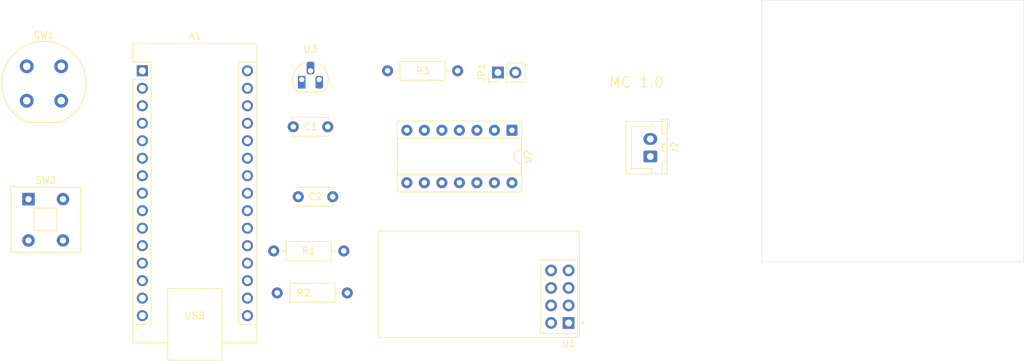
<source format=kicad_pcb>
(kicad_pcb (version 20241229) (generator "pcbnew") (generator_version "9.0")
  (title_block (title "nRF24 Button") (date "2025-12-19") (rev "${Version}"))
  (layers (0 "F.Cu" signal) (2 "B.Cu" signal) (13 "F.Paste" user) (15 "B.Paste" user) (5 "F.SilkS" user "F.Silkscreen") (7 "B.SilkS" user "B.Silkscreen") (1 "F.Mask" user) (3 "B.Mask" user) (25 "Edge.Cuts" user))
  (property "Version" "1.0")
  (net 0 "")
  (net 2 "/VCC")
  (net 3 "/Vbat")
  (net 4 "Net-(U2-AREF{slash}PA0)")
  (net 5 "Net-(U1-CE)")
  (net 6 "Net-(JP1-B)")
  (net 7 "Net-(J6-Pin_1)")
  (net 8 "Net-(J3-Pin_3)")
  (net 9 "Net-(J3-Pin_4)")
  (net 10 "Net-(JP1-A)")
  (net 11 "/SCK")
  (net 12 "/MOSI")
  (net 13 "/MISO")
  (net 14 "Net-(J4-Pin_3)")
  (net 33 "/GND")
  (net 46 "Net-(SW1-A)")
  (footprint "Resistor_THT:R_Axial_DIN0207_L6.3mm_D2.5mm_P10.16mm_Horizontal" (layer "F.Cu") (at 94.742 133.096)
    (property "Reference" "R2" (at 3.81 0 0) (layer "F.SilkS"))
    (property "Value" "100k")
    (fp_line (start 1.04 0) (end 1.81 0) (stroke (width 0.12)) (layer "F.SilkS"))
    (fp_line (start 9.12 0) (end 8.35 0) (stroke (width 0.12)) (layer "F.SilkS"))
    (fp_rect (start 1.81 -1.37) (end 8.35 1.37) (stroke (width 0.12)) (fill no) (layer "F.SilkS"))
    (pad "1" thru_hole circle (at 0 0) (size 1.6 1.6) (drill 0.8) (layers "*.Cu" "*.Mask") (net 4 "Net-(U2-AREF{slash}PA0)"))
    (pad "2" thru_hole circle (at 10.16 0) (size 1.6 1.6) (drill 0.8) (layers "*.Cu" "*.Mask") (net 33 "/GND"))
  )
  (footprint "RF_Module:nRF24L01_Breakout" (layer "F.Cu") (at 136.9955 137.451 180)
    (property "Reference" "U1" (at 0 -3 0) (layer "F.SilkS"))
    (property "Value" "NRF24L01")
    (fp_line (start 27.6 13.35) (end -1.6 13.35) (stroke (width 0.12)) (layer "F.SilkS"))
    (fp_line (start 27.6 -2.1) (end 27.6 13.35) (stroke (width 0.12)) (layer "F.SilkS"))
    (fp_line (start 4.064 9.144) (end -1.27 9.144) (stroke (width 0.12)) (layer "F.SilkS"))
    (fp_line (start 4.064 -1.524) (end 4.064 9.144) (stroke (width 0.12)) (layer "F.SilkS"))
    (fp_line (start -1.27 9.144) (end -1.27 9.144) (stroke (width 0.12)) (layer "F.SilkS"))
    (fp_line (start -1.27 9.144) (end -1.27 -1.524) (stroke (width 0.12)) (layer "F.SilkS"))
    (fp_line (start -1.27 -1.524) (end 4.064 -1.524) (stroke (width 0.12)) (layer "F.SilkS"))
    (fp_line (start -1.27 -1.524) (end -1.27 -1.524) (stroke (width 0.12)) (layer "F.SilkS"))
    (fp_line (start -1.6 13.35) (end -1.6 -2.1) (stroke (width 0.12)) (layer "F.SilkS"))
    (fp_line (start -1.6 -2.1) (end 27.6 -2.1) (stroke (width 0.12)) (layer "F.SilkS"))
    (fp_line (start -1.6 -2.1) (end -1.6 -2.1) (stroke (width 0.12)) (layer "F.SilkS"))
    (fp_poly (pts (xy -1.8 0) (xy -2.136 0.24) (xy -2.136 -0.24) (xy -1.8 0)) (stroke (width 0.12)) (fill yes) (layer "F.SilkS"))
    (pad "1" thru_hole rect (at 0 0 180) (size 1.7 1.7) (drill 1) (layers "*.Cu" "*.Mask") (net 33 "/GND"))
    (pad "2" thru_hole circle (at 2.54 0 180) (size 1.7 1.7) (drill 1) (layers "*.Cu" "*.Mask") (net 2 "/VCC"))
    (pad "3" thru_hole circle (at 0 2.54 180) (size 1.7 1.7) (drill 1) (layers "*.Cu" "*.Mask") (net 5 "Net-(U1-CE)"))
    (pad "4" thru_hole circle (at 2.54 2.54 180) (size 1.7 1.7) (drill 1) (layers "*.Cu" "*.Mask") (net 6 "Net-(JP1-B)"))
    (pad "5" thru_hole circle (at 0 5.08 180) (size 1.7 1.7) (drill 1) (layers "*.Cu" "*.Mask") (net 11 "/SCK"))
    (pad "6" thru_hole circle (at 2.54 5.08 180) (size 1.7 1.7) (drill 1) (layers "*.Cu" "*.Mask") (net 13 "/MISO"))
    (pad "7" thru_hole circle (at 0 7.62 180) (size 1.7 1.7) (drill 1) (layers "*.Cu" "*.Mask") (net 12 "/MOSI"))
    (pad "8" thru_hole circle (at 2.54 7.62 180) (size 1.7 1.7) (drill 1) (layers "*.Cu" "*.Mask"))
  )
  (footprint "Button_Switch_THT:SW_Push_2P1T_Toggle_CK_PVA1xxH1xxxxxxV2" (layer "F.Cu") (at 58.674 119.476)
    (property "Reference" "SW2" (at 2.5 -2.75 0) (layer "F.SilkS"))
    (property "Value" "RESET")
    (fp_line (start -2.77 -0.97) (end -2.77 -1.97) (stroke (width 0.12)) (layer "F.SilkS"))
    (fp_line (start -2.52 7.72) (end -2.52 -1.72) (stroke (width 0.12)) (layer "F.SilkS"))
    (fp_line (start -1.77 -1.97) (end -2.77 -1.97) (stroke (width 0.12)) (layer "F.SilkS"))
    (fp_line (start 0.8 1.3) (end 0.8 4.6) (stroke (width 0.12)) (layer "F.SilkS"))
    (fp_line (start 4.1 1.3) (end 0.8 1.3) (stroke (width 0.12)) (layer "F.SilkS"))
    (fp_line (start 4.1 1.3) (end 4.1 4.6) (stroke (width 0.12)) (layer "F.SilkS"))
    (fp_line (start 4.1 4.6) (end 0.8 4.6) (stroke (width 0.12)) (layer "F.SilkS"))
    (fp_line (start 7.52 -1.72) (end -2.52 -1.72) (stroke (width 0.12)) (layer "F.SilkS"))
    (fp_line (start 7.52 7.72) (end -2.52 7.72) (stroke (width 0.12)) (layer "F.SilkS"))
    (fp_line (start 7.52 7.72) (end 7.52 -1.72) (stroke (width 0.12)) (layer "F.SilkS"))
    (pad "1" thru_hole rect (at 0 0) (size 1.8 1.8) (drill 0.9) (layers "*.Cu" "*.Mask") (net 33 "/GND"))
    (pad "2" thru_hole circle (at 5 0) (size 1.8 1.8) (drill 0.9) (layers "*.Cu" "*.Mask"))
    (pad "3" thru_hole circle (at 0 6) (size 1.8 1.8) (drill 0.9) (layers "*.Cu" "*.Mask") (net 7 "Net-(J6-Pin_1)"))
    (pad "4" thru_hole circle (at 5 6) (size 1.8 1.8) (drill 0.9) (layers "*.Cu" "*.Mask") (net 7 "Net-(J6-Pin_1)"))
  )
  (footprint "Resistor_THT:R_Axial_DIN0207_L6.3mm_D2.5mm_P10.16mm_Horizontal" (layer "F.Cu") (at 94.234 127)
    (property "Reference" "R1" (at 5.08 0 0) (layer "F.SilkS"))
    (property "Value" "470k")
    (fp_line (start 1.04 0) (end 1.81 0) (stroke (width 0.12)) (layer "F.SilkS"))
    (fp_line (start 9.12 0) (end 8.35 0) (stroke (width 0.12)) (layer "F.SilkS"))
    (fp_rect (start 1.81 -1.37) (end 8.35 1.37) (stroke (width 0.12)) (fill no) (layer "F.SilkS"))
    (pad "1" thru_hole circle (at 0 0) (size 1.6 1.6) (drill 0.8) (layers "*.Cu" "*.Mask") (net 3 "/Vbat"))
    (pad "2" thru_hole circle (at 10.16 0) (size 1.6 1.6) (drill 0.8) (layers "*.Cu" "*.Mask") (net 4 "Net-(U2-AREF{slash}PA0)"))
  )
  (footprint "Connector_PinHeader_2.54mm:PinHeader_1x02_P2.54mm_Vertical" (layer "F.Cu") (at 126.746 101.092 90)
    (property "Reference" "JP1" (at 0 -2.38 90) (layer "F.SilkS"))
    (property "Value" "CSN")
    (fp_line (start -1.38 -1.38) (end 0 -1.38) (stroke (width 0.12)) (layer "F.SilkS"))
    (fp_line (start -1.38 0) (end -1.38 -1.38) (stroke (width 0.12)) (layer "F.SilkS"))
    (fp_line (start 1.38 1.27) (end 1.38 3.92) (stroke (width 0.12)) (layer "F.SilkS"))
    (fp_line (start -1.38 1.27) (end 1.38 1.27) (stroke (width 0.12)) (layer "F.SilkS"))
    (fp_line (start -1.38 1.27) (end -1.38 3.92) (stroke (width 0.12)) (layer "F.SilkS"))
    (fp_line (start -1.38 3.92) (end 1.38 3.92) (stroke (width 0.12)) (layer "F.SilkS"))
    (pad "1" thru_hole rect (at 0 0 90) (size 1.7 1.7) (drill 1) (layers "*.Cu" "*.Mask") (net 10 "Net-(JP1-A)"))
    (pad "2" thru_hole circle (at 0 2.54 90) (size 1.7 1.7) (drill 1) (layers "*.Cu" "*.Mask") (net 6 "Net-(JP1-B)"))
  )
  (footprint "Module:Arduino_Nano" (layer "F.Cu") (at 75.184 100.838)
    (property "Reference" "A1" (at 7.62 -5.08 0) (layer "F.SilkS"))
    (property "Value" "Arduino_Nano_v3.x")
    (fp_line (start -1.4 -3.94) (end -1.4 -1.27) (stroke (width 0.12)) (layer "F.SilkS"))
    (fp_line (start -1.4 1.27) (end -1.4 39.5) (stroke (width 0.12)) (layer "F.SilkS"))
    (fp_line (start -1.4 39.5) (end 3.68 39.5) (stroke (width 0.12)) (layer "F.SilkS"))
    (fp_line (start 1.27 -1.27) (end -1.4 -1.27) (stroke (width 0.12)) (layer "F.SilkS"))
    (fp_line (start 1.27 1.27) (end -1.4 1.27) (stroke (width 0.12)) (layer "F.SilkS"))
    (fp_line (start 1.27 1.27) (end 1.27 -1.27) (stroke (width 0.12)) (layer "F.SilkS"))
    (fp_line (start 1.27 1.27) (end 1.27 36.83) (stroke (width 0.12)) (layer "F.SilkS"))
    (fp_line (start 1.27 36.83) (end -1.4 36.83) (stroke (width 0.12)) (layer "F.SilkS"))
    (fp_line (start 3.68 31.62) (end 11.56 31.62) (stroke (width 0.12)) (layer "F.SilkS"))
    (fp_line (start 3.68 42.04) (end 3.68 31.62) (stroke (width 0.12)) (layer "F.SilkS"))
    (fp_line (start 11.56 31.62) (end 11.56 42.04) (stroke (width 0.12)) (layer "F.SilkS"))
    (fp_line (start 11.56 42.04) (end 3.68 42.04) (stroke (width 0.12)) (layer "F.SilkS"))
    (fp_line (start 13.97 -1.27) (end 13.97 36.83) (stroke (width 0.12)) (layer "F.SilkS"))
    (fp_line (start 13.97 -1.27) (end 16.64 -1.27) (stroke (width 0.12)) (layer "F.SilkS"))
    (fp_line (start 13.97 36.83) (end 16.64 36.83) (stroke (width 0.12)) (layer "F.SilkS"))
    (fp_line (start 16.64 -3.94) (end -1.4 -3.94) (stroke (width 0.12)) (layer "F.SilkS"))
    (fp_line (start 16.64 39.5) (end 11.56 39.5) (stroke (width 0.12)) (layer "F.SilkS"))
    (fp_line (start 16.64 39.5) (end 16.64 -3.94) (stroke (width 0.12)) (layer "F.SilkS"))
    (fp_text user "USB" (at 7.62 35.56 0) (layer "F.SilkS"))
    (pad "1" thru_hole rect (at 0 0) (size 1.6 1.6) (drill 1) (layers "*.Cu" "*.Mask"))
    (pad "2" thru_hole oval (at 0 2.54) (size 1.6 1.6) (drill 1) (layers "*.Cu" "*.Mask"))
    (pad "3" thru_hole oval (at 0 5.08) (size 1.6 1.6) (drill 1) (layers "*.Cu" "*.Mask"))
    (pad "4" thru_hole oval (at 0 7.62) (size 1.6 1.6) (drill 1) (layers "*.Cu" "*.Mask"))
    (pad "5" thru_hole oval (at 0 10.16) (size 1.6 1.6) (drill 1) (layers "*.Cu" "*.Mask"))
    (pad "6" thru_hole oval (at 0 12.7) (size 1.6 1.6) (drill 1) (layers "*.Cu" "*.Mask"))
    (pad "7" thru_hole oval (at 0 15.24) (size 1.6 1.6) (drill 1) (layers "*.Cu" "*.Mask"))
    (pad "8" thru_hole oval (at 0 17.78) (size 1.6 1.6) (drill 1) (layers "*.Cu" "*.Mask"))
    (pad "9" thru_hole oval (at 0 20.32) (size 1.6 1.6) (drill 1) (layers "*.Cu" "*.Mask"))
    (pad "10" thru_hole oval (at 0 22.86) (size 1.6 1.6) (drill 1) (layers "*.Cu" "*.Mask"))
    (pad "11" thru_hole oval (at 0 25.4) (size 1.6 1.6) (drill 1) (layers "*.Cu" "*.Mask"))
    (pad "12" thru_hole oval (at 0 27.94) (size 1.6 1.6) (drill 1) (layers "*.Cu" "*.Mask"))
    (pad "13" thru_hole oval (at 0 30.48) (size 1.6 1.6) (drill 1) (layers "*.Cu" "*.Mask"))
    (pad "14" thru_hole oval (at 0 33.02) (size 1.6 1.6) (drill 1) (layers "*.Cu" "*.Mask"))
    (pad "15" thru_hole oval (at 0 35.56) (size 1.6 1.6) (drill 1) (layers "*.Cu" "*.Mask"))
    (pad "16" thru_hole oval (at 15.24 35.56) (size 1.6 1.6) (drill 1) (layers "*.Cu" "*.Mask"))
    (pad "17" thru_hole oval (at 15.24 33.02) (size 1.6 1.6) (drill 1) (layers "*.Cu" "*.Mask"))
    (pad "18" thru_hole oval (at 15.24 30.48) (size 1.6 1.6) (drill 1) (layers "*.Cu" "*.Mask"))
    (pad "19" thru_hole oval (at 15.24 27.94) (size 1.6 1.6) (drill 1) (layers "*.Cu" "*.Mask"))
    (pad "20" thru_hole oval (at 15.24 25.4) (size 1.6 1.6) (drill 1) (layers "*.Cu" "*.Mask"))
    (pad "21" thru_hole oval (at 15.24 22.86) (size 1.6 1.6) (drill 1) (layers "*.Cu" "*.Mask"))
    (pad "22" thru_hole oval (at 15.24 20.32) (size 1.6 1.6) (drill 1) (layers "*.Cu" "*.Mask"))
    (pad "23" thru_hole oval (at 15.24 17.78) (size 1.6 1.6) (drill 1) (layers "*.Cu" "*.Mask"))
    (pad "24" thru_hole oval (at 15.24 15.24) (size 1.6 1.6) (drill 1) (layers "*.Cu" "*.Mask"))
    (pad "25" thru_hole oval (at 15.24 12.7) (size 1.6 1.6) (drill 1) (layers "*.Cu" "*.Mask"))
    (pad "26" thru_hole oval (at 15.24 10.16) (size 1.6 1.6) (drill 1) (layers "*.Cu" "*.Mask"))
    (pad "27" thru_hole oval (at 15.24 7.62) (size 1.6 1.6) (drill 1) (layers "*.Cu" "*.Mask") (net 3 "/Vbat"))
    (pad "28" thru_hole oval (at 15.24 5.08) (size 1.6 1.6) (drill 1) (layers "*.Cu" "*.Mask"))
    (pad "29" thru_hole oval (at 15.24 2.54) (size 1.6 1.6) (drill 1) (layers "*.Cu" "*.Mask") (net 33 "/GND"))
    (pad "30" thru_hole oval (at 15.24 0) (size 1.6 1.6) (drill 1) (layers "*.Cu" "*.Mask"))
  )
  (footprint "Capacitor_THT:C_Disc_D5.0mm_W2.5mm_P5.00mm" (layer "F.Cu") (at 97.068 108.966)
    (property "Reference" "C1" (at 2.54 0 0) (layer "F.SilkS"))
    (property "Value" "2.2uF")
    (fp_line (start -0.12 -1.37) (end 5.12 -1.37) (stroke (width 0.12)) (layer "F.SilkS"))
    (fp_line (start -0.12 -1.033) (end -0.12 -1.37) (stroke (width 0.12)) (layer "F.SilkS"))
    (fp_line (start -0.12 1.37) (end -0.12 1.033) (stroke (width 0.12)) (layer "F.SilkS"))
    (fp_line (start 5.12 -1.37) (end 5.12 -1.033) (stroke (width 0.12)) (layer "F.SilkS"))
    (fp_line (start 5.12 1.033) (end 5.12 1.37) (stroke (width 0.12)) (layer "F.SilkS"))
    (fp_line (start 5.12 1.37) (end -0.12 1.37) (stroke (width 0.12)) (layer "F.SilkS"))
    (pad "1" thru_hole circle (at 0 0) (size 1.6 1.6) (drill 0.8) (layers "*.Cu" "*.Mask") (net 33 "/GND"))
    (pad "2" thru_hole circle (at 5 0) (size 1.6 1.6) (drill 0.8) (layers "*.Cu" "*.Mask") (net 2 "/VCC"))
  )
  (footprint "Resistor_THT:R_Axial_DIN0207_L6.3mm_D2.5mm_P10.16mm_Horizontal" (layer "F.Cu") (at 110.744 100.838)
    (property "Reference" "R3" (at 5.08 0 0) (layer "F.SilkS"))
    (property "Value" "1M")
    (fp_line (start 1.04 0) (end 1.81 0) (stroke (width 0.12)) (layer "F.SilkS"))
    (fp_line (start 9.12 0) (end 8.35 0) (stroke (width 0.12)) (layer "F.SilkS"))
    (fp_rect (start 1.81 -1.37) (end 8.35 1.37) (stroke (width 0.12)) (fill no) (layer "F.SilkS"))
    (pad "1" thru_hole circle (at 0 0) (size 1.6 1.6) (drill 0.8) (layers "*.Cu" "*.Mask") (net 2 "/VCC"))
    (pad "2" thru_hole circle (at 10.16 0) (size 1.6 1.6) (drill 0.8) (layers "*.Cu" "*.Mask") (net 6 "Net-(JP1-B)"))
  )
  (footprint "Package_TO_SOT_THT:TO-92_HandSolder" (layer "F.Cu") (at 98.298 102.108)
    (property "Reference" "U3" (at 1.27 -4.4 0) (layer "F.SilkS"))
    (property "Value" "MCP1700x-330")
    (fp_line (start -0.53 1.85) (end 3.07 1.85) (stroke (width 0.12)) (layer "F.SilkS"))
    (fp_arc (start -0.541875 1.841741) (mid -1.247231 -0.581764) (end 0.45 -2.45) (stroke (width 0.12)) (layer "F.SilkS"))
    (fp_arc (start 2.05 -2.45) (mid 3.769931 -0.601036) (end 3.078445 1.827684) (stroke (width 0.12)) (layer "F.SilkS"))
    (pad "1" thru_hole rect (at 0 0) (size 1.1 1.8) (drill 0.75 (offset 0 0.4)) (layers "*.Cu" "*.Mask") (net 33 "/GND"))
    (pad "2" thru_hole roundrect (at 1.27 -1.27) (size 1.1 1.8) (drill 0.75 (offset 0 -0.4)) (layers "*.Cu" "*.Mask") (net 3 "/Vbat"))
    (pad "3" thru_hole roundrect (at 2.54 0) (size 1.1 1.8) (drill 0.75 (offset 0 0.4)) (layers "*.Cu" "*.Mask") (net 2 "/VCC"))
  )
  (footprint "Button_Switch_THT:Push_E-Switch_KS01Q01" (layer "F.Cu") (at 58.42 100.189)
    (property "Reference" "SW1" (at 2.5 -4.5 0) (layer "F.SilkS"))
    (property "Value" "PA3")
    (fp_line (start 4.89 8.14) (end 0.11 8.14) (stroke (width 0.15)) (layer "F.SilkS"))
    (fp_arc (start 0.11 8.14) (mid 2.496283 -3.625495) (end 4.896843 8.137095) (stroke (width 0.15)) (layer "F.SilkS"))
    (pad "1" thru_hole circle (at 0 0) (size 2 2) (drill 1.1) (layers "*.Cu" "*.Mask") (net 33 "/GND"))
    (pad "2" thru_hole circle (at 5 0) (size 2 2) (drill 1.1) (layers "*.Cu" "*.Mask") (net 33 "/GND"))
    (pad "3" thru_hole circle (at 0 5) (size 2 2) (drill 1.1) (layers "*.Cu" "*.Mask"))
    (pad "4" thru_hole circle (at 5 5) (size 2 2) (drill 1.1) (layers "*.Cu" "*.Mask") (net 46 "Net-(SW1-A)"))
  )
  (footprint "Package_DIP:DIP-14_W7.62mm_Socket" (layer "F.Cu") (at 128.778 109.474 -90)
    (property "Reference" "U2" (at 3.81 -2.33 90) (layer "F.SilkS"))
    (property "Value" "ATtiny84")
    (fp_line (start 1.16 16.57) (end 6.46 16.57) (stroke (width 0.12)) (layer "F.SilkS"))
    (fp_line (start 6.46 16.57) (end 6.46 -1.33) (stroke (width 0.12)) (layer "F.SilkS"))
    (fp_line (start 1.16 -1.33) (end 1.16 16.57) (stroke (width 0.12)) (layer "F.SilkS"))
    (fp_line (start 2.81 -1.33) (end 1.16 -1.33) (stroke (width 0.12)) (layer "F.SilkS"))
    (fp_line (start 6.46 -1.33) (end 4.81 -1.33) (stroke (width 0.12)) (layer "F.SilkS"))
    (fp_rect (start -1.33 -1.39) (end 8.95 16.63) (stroke (width 0.12)) (fill no) (layer "F.SilkS"))
    (fp_arc (start 4.81 -1.33) (mid 3.81 -0.33) (end 2.81 -1.33) (stroke (width 0.12)) (layer "F.SilkS"))
    (pad "1" thru_hole roundrect (at 0 0 270) (size 1.6 1.6) (drill 0.8) (layers "*.Cu" "*.Mask") (roundrect_rratio 0.15625) (net 3 "/Vbat"))
    (pad "2" thru_hole circle (at 0 2.54 270) (size 1.6 1.6) (drill 0.8) (layers "*.Cu" "*.Mask"))
    (pad "3" thru_hole circle (at 0 5.08 270) (size 1.6 1.6) (drill 0.8) (layers "*.Cu" "*.Mask") (net 5 "Net-(U1-CE)"))
    (pad "4" thru_hole circle (at 0 7.62 270) (size 1.6 1.6) (drill 0.8) (layers "*.Cu" "*.Mask") (net 7 "Net-(J6-Pin_1)"))
    (pad "5" thru_hole circle (at 0 10.16 270) (size 1.6 1.6) (drill 0.8) (layers "*.Cu" "*.Mask") (net 10 "Net-(JP1-A)"))
    (pad "6" thru_hole circle (at 0 12.7 270) (size 1.6 1.6) (drill 0.8) (layers "*.Cu" "*.Mask") (net 14 "Net-(J4-Pin_3)"))
    (pad "7" thru_hole circle (at 0 15.24 270) (size 1.6 1.6) (drill 0.8) (layers "*.Cu" "*.Mask") (net 12 "/MOSI"))
    (pad "8" thru_hole circle (at 7.62 15.24 270) (size 1.6 1.6) (drill 0.8) (layers "*.Cu" "*.Mask") (net 13 "/MISO"))
    (pad "9" thru_hole circle (at 7.62 12.7 270) (size 1.6 1.6) (drill 0.8) (layers "*.Cu" "*.Mask") (net 11 "/SCK"))
    (pad "10" thru_hole circle (at 7.62 10.16 270) (size 1.6 1.6) (drill 0.8) (layers "*.Cu" "*.Mask") (net 46 "Net-(SW1-A)"))
    (pad "11" thru_hole circle (at 7.62 7.62 270) (size 1.6 1.6) (drill 0.8) (layers "*.Cu" "*.Mask") (net 9 "Net-(J3-Pin_4)"))
    (pad "12" thru_hole circle (at 7.62 5.08 270) (size 1.6 1.6) (drill 0.8) (layers "*.Cu" "*.Mask") (net 8 "Net-(J3-Pin_3)"))
    (pad "13" thru_hole circle (at 7.62 2.54 270) (size 1.6 1.6) (drill 0.8) (layers "*.Cu" "*.Mask") (net 4 "Net-(U2-AREF{slash}PA0)"))
    (pad "14" thru_hole circle (at 7.62 0 270) (size 1.6 1.6) (drill 0.8) (layers "*.Cu" "*.Mask") (net 33 "/GND"))
  )
  (footprint "hagego:JST_XH_1x02_P2.54" (layer "F.Cu") (at 148.844 110.744 -90)
    (property "Reference" "J2" (at 1.25 -3.55 90) (layer "F.SilkS"))
    (property "Value" "5V Out")
    (fp_line (start -2.56 3.51) (end 5.06 3.51) (stroke (width 0.12)) (layer "F.SilkS"))
    (fp_line (start 5.06 3.51) (end 5.06 -2.46) (stroke (width 0.12)) (layer "F.SilkS"))
    (fp_line (start -1.8 2.75) (end 1.25 2.75) (stroke (width 0.12)) (layer "F.SilkS"))
    (fp_line (start 4.3 2.75) (end 1.25 2.75) (stroke (width 0.12)) (layer "F.SilkS"))
    (fp_line (start -2.55 -0.2) (end -1.8 -0.2) (stroke (width 0.12)) (layer "F.SilkS"))
    (fp_line (start -1.8 -0.2) (end -1.8 2.75) (stroke (width 0.12)) (layer "F.SilkS"))
    (fp_line (start 4.3 -0.2) (end 4.3 2.75) (stroke (width 0.12)) (layer "F.SilkS"))
    (fp_line (start 5.05 -0.2) (end 4.3 -0.2) (stroke (width 0.12)) (layer "F.SilkS"))
    (fp_line (start -2.55 -1.7) (end -0.75 -1.7) (stroke (width 0.12)) (layer "F.SilkS"))
    (fp_line (start -0.75 -1.7) (end -0.75 -2.45) (stroke (width 0.12)) (layer "F.SilkS"))
    (fp_line (start 0.75 -1.7) (end 1.75 -1.7) (stroke (width 0.12)) (layer "F.SilkS"))
    (fp_line (start 1.75 -1.7) (end 1.75 -2.45) (stroke (width 0.12)) (layer "F.SilkS"))
    (fp_line (start 3.25 -1.7) (end 5.05 -1.7) (stroke (width 0.12)) (layer "F.SilkS"))
    (fp_line (start 5.05 -1.7) (end 5.05 -2.45) (stroke (width 0.12)) (layer "F.SilkS"))
    (fp_line (start -2.55 -2.45) (end -2.55 -1.7) (stroke (width 0.12)) (layer "F.SilkS"))
    (fp_line (start -0.75 -2.45) (end -2.55 -2.45) (stroke (width 0.12)) (layer "F.SilkS"))
    (fp_line (start 0.75 -2.45) (end 0.75 -1.7) (stroke (width 0.12)) (layer "F.SilkS"))
    (fp_line (start 1.75 -2.45) (end 0.75 -2.45) (stroke (width 0.12)) (layer "F.SilkS"))
    (fp_line (start 3.25 -2.45) (end 3.25 -1.7) (stroke (width 0.12)) (layer "F.SilkS"))
    (fp_line (start 5.05 -2.45) (end 3.25 -2.45) (stroke (width 0.12)) (layer "F.SilkS"))
    (fp_line (start -2.56 -2.46) (end -2.56 3.51) (stroke (width 0.12)) (layer "F.SilkS"))
    (fp_line (start 5.06 -2.46) (end -2.56 -2.46) (stroke (width 0.12)) (layer "F.SilkS"))
    (fp_line (start -2.85 -2.75) (end -2.85 -1.5) (stroke (width 0.12)) (layer "F.SilkS"))
    (fp_line (start -1.6 -2.75) (end -2.85 -2.75) (stroke (width 0.12)) (layer "F.SilkS"))
    (pad "1" thru_hole roundrect (at 2.54 0 270) (size 1.7 2) (drill 1) (layers "*.Cu" "*.Mask") (roundrect_rratio 0.147059) (net 3 "/Vbat"))
    (pad "2" thru_hole oval (at 0 0 270) (size 1.7 2) (drill 1) (layers "*.Cu" "*.Mask") (net 33 "/GND"))
  )
  (footprint "Capacitor_THT:C_Disc_D5.0mm_W2.5mm_P5.00mm" (layer "F.Cu") (at 97.79 119.126)
    (property "Reference" "C2" (at 2.5 0 0) (layer "F.SilkS"))
    (property "Value" "2.2uF")
    (fp_line (start -0.12 -1.37) (end 5.12 -1.37) (stroke (width 0.12)) (layer "F.SilkS"))
    (fp_line (start -0.12 -1.033) (end -0.12 -1.37) (stroke (width 0.12)) (layer "F.SilkS"))
    (fp_line (start -0.12 1.37) (end -0.12 1.033) (stroke (width 0.12)) (layer "F.SilkS"))
    (fp_line (start 5.12 -1.37) (end 5.12 -1.033) (stroke (width 0.12)) (layer "F.SilkS"))
    (fp_line (start 5.12 1.033) (end 5.12 1.37) (stroke (width 0.12)) (layer "F.SilkS"))
    (fp_line (start 5.12 1.37) (end -0.12 1.37) (stroke (width 0.12)) (layer "F.SilkS"))
    (pad "1" thru_hole circle (at 0 0) (size 1.6 1.6) (drill 0.8) (layers "*.Cu" "*.Mask") (net 33 "/GND"))
    (pad "2" thru_hole circle (at 5 0) (size 1.6 1.6) (drill 0.8) (layers "*.Cu" "*.Mask") (net 3 "/Vbat"))
  )
  (gr_rect (start 165.006 90.586) (end 203.006 128.586) (stroke (width 0.05)) (fill no) (layer "Edge.Cuts"))
  (gr_text "MC ${Version}" (at 142.748 103.378 0) (layer "F.SilkS") (effects (font (size 1.5 1.5) (thickness 0.1875)) (justify left bottom)))
)
</source>
